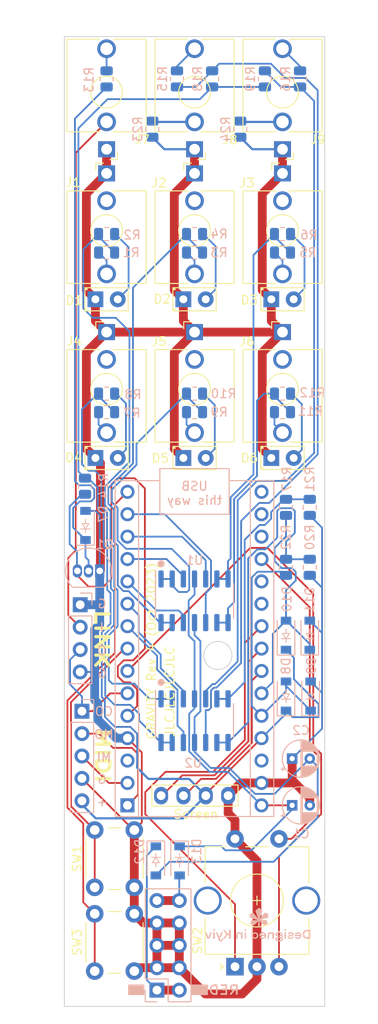
<source format=kicad_pcb>
(kicad_pcb (version 20211014) (generator pcbnew)

  (general
    (thickness 1.6)
  )

  (paper "A4")
  (layers
    (0 "F.Cu" signal)
    (31 "B.Cu" signal)
    (32 "B.Adhes" user "B.Adhesive")
    (33 "F.Adhes" user "F.Adhesive")
    (34 "B.Paste" user)
    (35 "F.Paste" user)
    (36 "B.SilkS" user "B.Silkscreen")
    (37 "F.SilkS" user "F.Silkscreen")
    (38 "B.Mask" user)
    (39 "F.Mask" user)
    (40 "Dwgs.User" user "User.Drawings")
    (41 "Cmts.User" user "User.Comments")
    (42 "Eco1.User" user "User.Eco1")
    (43 "Eco2.User" user "User.Eco2")
    (44 "Edge.Cuts" user)
    (45 "Margin" user)
    (46 "B.CrtYd" user "B.Courtyard")
    (47 "F.CrtYd" user "F.Courtyard")
    (48 "B.Fab" user)
    (49 "F.Fab" user)
    (50 "User.1" user)
    (51 "User.2" user)
    (52 "User.3" user)
    (53 "User.4" user)
    (54 "User.5" user)
    (55 "User.6" user)
    (56 "User.7" user)
    (57 "User.8" user)
    (58 "User.9" user)
  )

  (setup
    (stackup
      (layer "F.SilkS" (type "Top Silk Screen"))
      (layer "F.Paste" (type "Top Solder Paste"))
      (layer "F.Mask" (type "Top Solder Mask") (thickness 0.01))
      (layer "F.Cu" (type "copper") (thickness 0.035))
      (layer "dielectric 1" (type "core") (thickness 1.51) (material "FR4") (epsilon_r 4.5) (loss_tangent 0.02))
      (layer "B.Cu" (type "copper") (thickness 0.035))
      (layer "B.Mask" (type "Bottom Solder Mask") (thickness 0.01))
      (layer "B.Paste" (type "Bottom Solder Paste"))
      (layer "B.SilkS" (type "Bottom Silk Screen"))
      (copper_finish "None")
      (dielectric_constraints no)
    )
    (pad_to_mask_clearance 0)
    (aux_axis_origin 100 40)
    (pcbplotparams
      (layerselection 0x00010fc_ffffffff)
      (disableapertmacros false)
      (usegerberextensions false)
      (usegerberattributes true)
      (usegerberadvancedattributes true)
      (creategerberjobfile true)
      (svguseinch false)
      (svgprecision 6)
      (excludeedgelayer true)
      (plotframeref false)
      (viasonmask false)
      (mode 1)
      (useauxorigin false)
      (hpglpennumber 1)
      (hpglpenspeed 20)
      (hpglpendiameter 15.000000)
      (dxfpolygonmode true)
      (dxfimperialunits true)
      (dxfusepcbnewfont true)
      (psnegative false)
      (psa4output false)
      (plotreference true)
      (plotvalue true)
      (plotinvisibletext false)
      (sketchpadsonfab false)
      (subtractmaskfromsilk false)
      (outputformat 1)
      (mirror false)
      (drillshape 0)
      (scaleselection 1)
      (outputdirectory "REV3 Exports/")
    )
  )

  (net 0 "")
  (net 1 "Serial Out")
  (net 2 "Serial In")
  (net 3 "unconnected-(A1-Pad3)")
  (net 4 "GND")
  (net 5 "DIGITAL INPUT")
  (net 6 "ENC_D2")
  (net 7 "ENC_D1")
  (net 8 "Channel 1")
  (net 9 "Channel 3")
  (net 10 "Channel 4")
  (net 11 "Channel 6")
  (net 12 "START STOP BTN")
  (net 13 "SHIFT BTN")
  (net 14 "24ppqn OUT")
  (net 15 "unconnected-(A1-Pad17)")
  (net 16 "unconnected-(A1-Pad18)")
  (net 17 "unconnected-(A1-Pad20)")
  (net 18 "unconnected-(A1-Pad21)")
  (net 19 "ENC_BTN")
  (net 20 "I2C SDA")
  (net 21 "I2C SCL")
  (net 22 "+5V")
  (net 23 "unconnected-(A1-Pad28)")
  (net 24 "+12V")
  (net 25 "Net-(D1-Pad2)")
  (net 26 "Net-(D2-Pad2)")
  (net 27 "Net-(D3-Pad2)")
  (net 28 "Net-(D4-Pad2)")
  (net 29 "Net-(D5-Pad2)")
  (net 30 "Net-(D6-Pad2)")
  (net 31 "Net-(D7-Pad1)")
  (net 32 "Net-(J1-PadT)")
  (net 33 "unconnected-(J1-PadTN)")
  (net 34 "Net-(J2-PadT)")
  (net 35 "unconnected-(J2-PadTN)")
  (net 36 "Net-(J3-PadT)")
  (net 37 "unconnected-(J3-PadTN)")
  (net 38 "Net-(J4-PadT)")
  (net 39 "unconnected-(J4-PadTN)")
  (net 40 "Net-(J5-PadT)")
  (net 41 "unconnected-(J5-PadTN)")
  (net 42 "Net-(J6-PadT)")
  (net 43 "unconnected-(J6-PadTN)")
  (net 44 "Net-(J7-PadT)")
  (net 45 "DIGITAL INPUT PIN")
  (net 46 "Net-(J8-PadT)")
  (net 47 "Net-(J8-PadTN)")
  (net 48 "Net-(J9-PadT)")
  (net 49 "Net-(J9-PadTN)")
  (net 50 "CV2 INPUT")
  (net 51 "-12V")
  (net 52 "CV1 INPUT")
  (net 53 "unconnected-(A1-Pad16)")
  (net 54 "Net-(D12-Pad1)")
  (net 55 "Net-(D13-Pad2)")
  (net 56 "Net-(R1-Pad1)")
  (net 57 "Net-(R3-Pad1)")
  (net 58 "Net-(R5-Pad1)")
  (net 59 "Net-(R7-Pad1)")
  (net 60 "Net-(R10-Pad2)")
  (net 61 "Net-(R11-Pad1)")
  (net 62 "Net-(R17-Pad2)")
  (net 63 "Net-(R15-Pad2)")
  (net 64 "Net-(R16-Pad2)")
  (net 65 "Net-(R20-Pad1)")
  (net 66 "Channel 2")
  (net 67 "Channel 5")

  (footprint "gtoe:thonkiconn" (layer "F.Cu") (at 124.8 46.3 180))

  (footprint "gtoe:button" (layer "F.Cu") (at 105.7 142.75 90))

  (footprint "gtoe:FlatTopLed" (layer "F.Cu") (at 114.8 87.8))

  (footprint "gtoe:thonkiconn" (layer "F.Cu") (at 114.8 62))

  (footprint "gtoe:thonkiconn" (layer "F.Cu") (at 114.8 80))

  (footprint "gtoe:FlatTopLed" (layer "F.Cu") (at 104.8 87.8))

  (footprint "gtoe:FlatTopLed" (layer "F.Cu") (at 124.8 69.8))

  (footprint "gtoe:I2C SSD1306" (layer "F.Cu") (at 114.95 115.8 180))

  (footprint "gtoe:thonkiconn" (layer "F.Cu") (at 124.8 62))

  (footprint "gtoe:FlatTopLed" (layer "F.Cu") (at 114.8 69.8))

  (footprint "gtoe:SwitchEncoder" (layer "F.Cu") (at 121.9 138 90))

  (footprint "gtoe:thonkiconn" (layer "F.Cu") (at 114.8 46.3 180))

  (footprint "gtoe:thonkiconn" (layer "F.Cu") (at 124.8 80))

  (footprint "gtoe:thonkiconn" (layer "F.Cu") (at 104.8 62))

  (footprint "gtoe:FlatTopLed" (layer "F.Cu") (at 124.8 87.8))

  (footprint "gtoe:FlatTopLed" (layer "F.Cu") (at 104.8 69.8))

  (footprint "gtoe:thonkiconn" (layer "F.Cu") (at 104.8 80))

  (footprint "gtoe:thonkiconn" (layer "F.Cu") (at 104.8 46.3 180))

  (footprint "gtoe:button" (layer "F.Cu") (at 105.7 133.25 90))

  (footprint "Diode_SMD:D_SOD-123" (layer "B.Cu") (at 113.1 133.5 -90))

  (footprint "Resistor_SMD:R_0805_2012Metric" (layer "B.Cu") (at 120 50.5 -90))

  (footprint "Resistor_SMD:R_0805_2012Metric" (layer "B.Cu") (at 122.8 44.8 -90))

  (footprint "Capacitor_THT:CP_Radial_D4.0mm_P2.00mm" (layer "B.Cu") (at 125.9 127.2))

  (footprint "Diode_SMD:D_SOD-123" (layer "B.Cu") (at 128 114.8 90))

  (footprint "Diode_SMD:D_SOD-123" (layer "B.Cu") (at 127.9 107.9 90))

  (footprint "Resistor_SMD:R_0805_2012Metric" (layer "B.Cu") (at 114.8 82.6 180))

  (footprint "Diode_SMD:D_SOD-123" (layer "B.Cu") (at 110.4 133.5 -90))

  (footprint "Resistor_SMD:R_0805_2012Metric" (layer "B.Cu") (at 114.8 64.5 180))

  (footprint "Package_SO:SO-14_3.9x8.65mm_P1.27mm" (layer "B.Cu") (at 114.8 117.6 -90))

  (footprint "Connector_PinHeader_2.54mm:PinHeader_1x04_P2.54mm_Vertical" (layer "B.Cu") (at 101.8 104.45 180))

  (footprint "Resistor_SMD:R_0805_2012Metric" (layer "B.Cu") (at 110 50.5 -90))

  (footprint "gtoe:Arduino_Nano (adjusted courtyard)" (layer "B.Cu") (at 114.8 112))

  (footprint "Resistor_SMD:R_0805_2012Metric" (layer "B.Cu") (at 104.8 44.8 -90))

  (footprint "Resistor_SMD:R_0805_2012Metric" (layer "B.Cu") (at 104.8 82.6 180))

  (footprint "Resistor_SMD:R_0805_2012Metric" (layer "B.Cu") (at 124.8 80.5 180))

  (footprint "Resistor_SMD:R_0805_2012Metric" (layer "B.Cu") (at 114.8 80.5 180))

  (footprint "Resistor_SMD:R_0805_2012Metric" (layer "B.Cu") (at 102.35 91 90))

  (footprint "Resistor_SMD:R_0805_2012Metric" (layer "B.Cu") (at 125.2 100.2 90))

  (footprint "Resistor_SMD:R_0805_2012Metric" (layer "B.Cu") (at 116.8 44.8 -90))

  (footprint "Connector_PinHeader_2.54mm:PinHeader_1x05_P2.54mm_Vertical" (layer "B.Cu") (at 102 116.525 180))

  (footprint "Resistor_SMD:R_0805_2012Metric" (layer "B.Cu") (at 104.8 62.4 180))

  (footprint "Resistor_SMD:R_0805_2012Metric" (layer "B.Cu") (at 124.8 64.5 180))

  (footprint "Resistor_SMD:R_0805_2012Metric" (layer "B.Cu")
    (tedit 5F68FEEE) (tstamp 884a7a4e-c2eb-4e31-bfde-a434de71cdbe)
    (at 124.8 82.6 180)
    (descr "Resistor SMD 0805 (2012 Metric), square (rectangular) end terminal, IPC_7351 nominal, (Body size source: IPC-SM-782 page 72, https://www.pcb-3d.com/wordpress/wp-content/uploads/ipc-sm-782a_amendment_1_and_2.pdf), generated with kicad-footprint-generator")
    (tags "resistor")
    (property "Sheetfile" "gtoe.kicad_sch")
    (property "Sheetname" "")
    (path "/eaf04bf4-de39-496c-a088-aba1df96f817")
    (attr smd)
    (fp_text reference "R11" (at -3.1875 0.1) (layer "B.SilkS")
      (effects (font (size 1 1) (thickness 0.15)) (justify mirror))
      (tstamp ca7e81e5-8759-4312-8c8f-1d9fd829b020)
    )
    (fp_text value "1K" (at 0 -1.65) (layer "B
... [256161 chars truncated]
</source>
